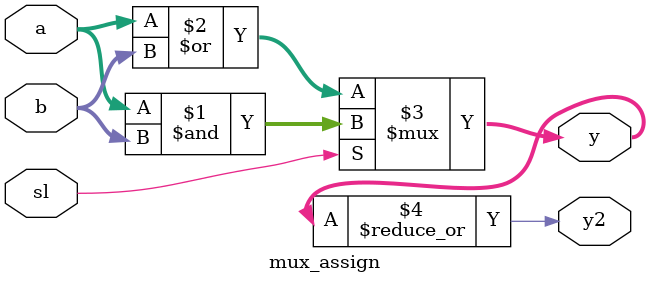
<source format=v>


module     mux_assign  
(
    a, b,
    sl,
    y,
     y2
) ;
input    [7:0]	a, b;
input		sl;
output 	[7:0]	y;
output y2;

assign #1 y = (sl) ? a & b: a| b;

assign y2=|y;

endmodule



</source>
